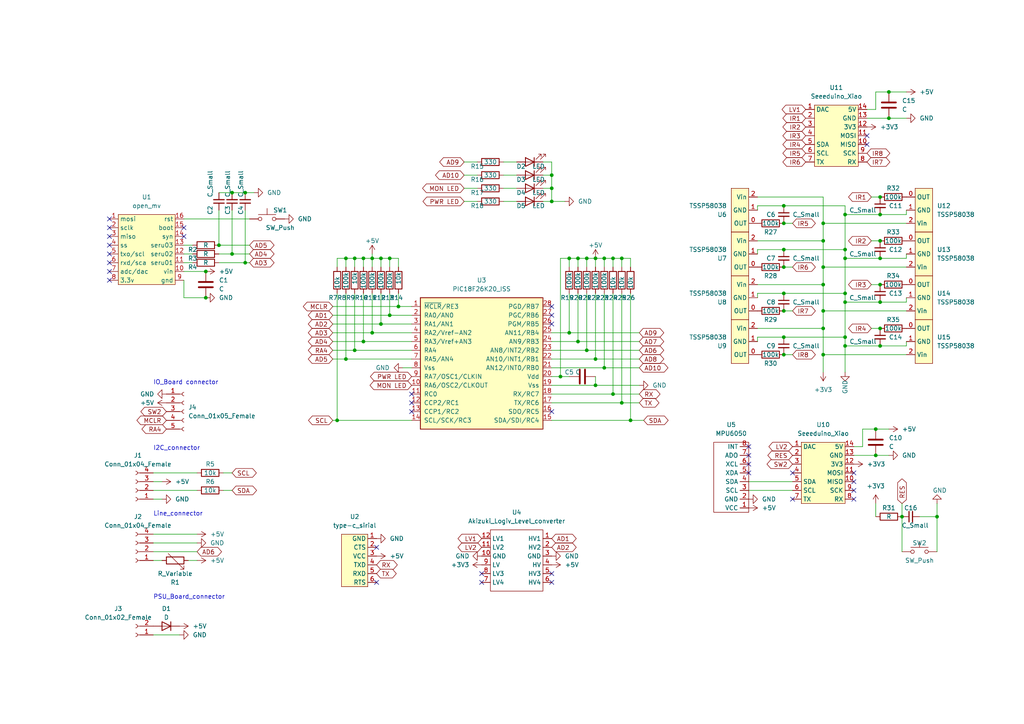
<source format=kicad_sch>
(kicad_sch (version 20211123) (generator eeschema)
  (paper "A4")
  (junction (at 238.76 102.87))
  (junction (at 165.1 74.93))
  (junction (at 59.69 86.36))
  (junction (at 63.5 71.12))
  (junction (at 107.95 74.93))
  (junction (at 227.33 59.69))
  (junction (at 177.8 74.93))
  (junction (at 254 124.46))
  (junction (at 113.03 91.44))
  (junction (at 102.87 74.93))
  (junction (at 238.76 90.17))
  (junction (at 105.41 74.93))
  (junction (at 245.11 87.63))
  (junction (at 227.33 97.79))
  (junction (at 102.87 101.6))
  (junction (at 172.72 111.76))
  (junction (at 113.03 74.93))
  (junction (at 238.76 82.55))
  (junction (at 227.33 77.47))
  (junction (at 71.12 55.88))
  (junction (at 245.11 62.23))
  (junction (at 177.8 114.3))
  (junction (at 257.81 34.29))
  (junction (at 105.41 99.06))
  (junction (at 110.49 93.98))
  (junction (at 170.18 74.93))
  (junction (at 271.78 149.86))
  (junction (at 167.64 99.06))
  (junction (at 180.34 74.93))
  (junction (at 67.31 55.88))
  (junction (at 100.33 104.14))
  (junction (at 227.33 64.77))
  (junction (at 255.27 100.33))
  (junction (at 227.33 90.17))
  (junction (at 238.76 77.47))
  (junction (at 245.11 85.09))
  (junction (at 254 132.08))
  (junction (at 175.26 106.68))
  (junction (at 238.76 69.85))
  (junction (at 107.95 96.52))
  (junction (at 67.31 73.66))
  (junction (at 255.27 87.63))
  (junction (at 245.11 97.79))
  (junction (at 167.64 74.93))
  (junction (at 170.18 101.6))
  (junction (at 172.72 104.14))
  (junction (at 172.72 74.93))
  (junction (at 71.12 76.2))
  (junction (at 180.34 116.84))
  (junction (at 257.81 26.67))
  (junction (at 255.27 82.55))
  (junction (at 238.76 95.25))
  (junction (at 59.69 78.74))
  (junction (at 182.88 121.92))
  (junction (at 245.11 72.39))
  (junction (at 238.76 64.77))
  (junction (at 245.11 100.33))
  (junction (at 261.62 149.86))
  (junction (at 160.02 54.61))
  (junction (at 100.33 74.93))
  (junction (at 165.1 96.52))
  (junction (at 97.79 121.92))
  (junction (at 160.02 58.42))
  (junction (at 255.27 69.85))
  (junction (at 115.57 88.9))
  (junction (at 110.49 74.93))
  (junction (at 160.02 50.8))
  (junction (at 175.26 74.93))
  (junction (at 255.27 62.23))
  (junction (at 245.11 74.93))
  (junction (at 255.27 95.25))
  (junction (at 162.56 109.22))
  (junction (at 255.27 74.93))
  (junction (at 227.33 72.39))
  (junction (at 255.27 57.15))
  (junction (at 227.33 85.09))
  (junction (at 227.33 102.87))
  (no_connect (at 160.02 93.98))
  (no_connect (at 160.02 91.44))
  (no_connect (at 160.02 88.9))
  (no_connect (at 119.38 114.3))
  (no_connect (at 119.38 116.84))
  (no_connect (at 119.38 119.38))
  (no_connect (at 109.22 168.91))
  (no_connect (at 109.22 158.75))
  (no_connect (at 139.7 166.37))
  (no_connect (at 139.7 168.91))
  (no_connect (at 160.02 168.91))
  (no_connect (at 160.02 166.37))
  (no_connect (at 160.02 119.38))
  (no_connect (at 53.34 68.58))
  (no_connect (at 53.34 66.04))
  (no_connect (at 31.75 63.5))
  (no_connect (at 31.75 66.04))
  (no_connect (at 31.75 68.58))
  (no_connect (at 31.75 71.12))
  (no_connect (at 31.75 73.66))
  (no_connect (at 31.75 76.2))
  (no_connect (at 31.75 78.74))
  (no_connect (at 31.75 81.28))
  (no_connect (at 217.17 137.16))
  (no_connect (at 217.17 134.62))
  (no_connect (at 217.17 132.08))
  (no_connect (at 217.17 129.54))
  (no_connect (at 229.87 137.16))
  (no_connect (at 247.65 144.78))
  (no_connect (at 247.65 142.24))
  (no_connect (at 247.65 139.7))
  (no_connect (at 247.65 137.16))
  (no_connect (at 229.87 144.78))
  (no_connect (at 251.46 41.91))
  (no_connect (at 251.46 39.37))
  (wire (pts (xy 160.02 116.84) (xy 180.34 116.84)))
  (wire (pts (xy 157.48 58.42) (xy 160.02 58.42)))
  (wire (pts (xy 63.5 60.96) (xy 63.5 71.12)))
  (wire (pts (xy 172.72 74.93) (xy 175.26 74.93)))
  (wire (pts (xy 157.48 50.8) (xy 160.02 50.8)))
  (wire (pts (xy 96.52 91.44) (xy 113.03 91.44)))
  (wire (pts (xy 72.39 76.2) (xy 71.12 76.2)))
  (wire (pts (xy 245.11 72.39) (xy 245.11 74.93)))
  (wire (pts (xy 71.12 55.88) (xy 73.66 55.88)))
  (wire (pts (xy 172.72 74.93) (xy 172.72 77.47)))
  (wire (pts (xy 254 124.46) (xy 257.81 124.46)))
  (wire (pts (xy 115.57 85.09) (xy 115.57 88.9)))
  (wire (pts (xy 44.45 160.02) (xy 57.15 160.02)))
  (wire (pts (xy 219.71 69.85) (xy 238.76 69.85)))
  (wire (pts (xy 177.8 85.09) (xy 177.8 114.3)))
  (wire (pts (xy 160.02 101.6) (xy 170.18 101.6)))
  (wire (pts (xy 162.56 109.22) (xy 162.56 74.93)))
  (wire (pts (xy 146.05 54.61) (xy 149.86 54.61)))
  (wire (pts (xy 160.02 114.3) (xy 177.8 114.3)))
  (wire (pts (xy 238.76 64.77) (xy 238.76 69.85)))
  (wire (pts (xy 252.73 69.85) (xy 255.27 69.85)))
  (wire (pts (xy 96.52 88.9) (xy 115.57 88.9)))
  (wire (pts (xy 257.81 132.08) (xy 254 132.08)))
  (wire (pts (xy 146.05 46.99) (xy 149.86 46.99)))
  (wire (pts (xy 102.87 74.93) (xy 102.87 77.47)))
  (wire (pts (xy 245.11 85.09) (xy 245.11 87.63)))
  (wire (pts (xy 219.71 85.09) (xy 227.33 85.09)))
  (wire (pts (xy 254 132.08) (xy 247.65 132.08)))
  (wire (pts (xy 107.95 74.93) (xy 110.49 74.93)))
  (wire (pts (xy 55.88 73.66) (xy 53.34 73.66)))
  (wire (pts (xy 160.02 111.76) (xy 172.72 111.76)))
  (wire (pts (xy 113.03 85.09) (xy 113.03 91.44)))
  (wire (pts (xy 160.02 58.42) (xy 160.02 54.61)))
  (wire (pts (xy 165.1 96.52) (xy 160.02 96.52)))
  (wire (pts (xy 54.61 162.56) (xy 57.15 162.56)))
  (wire (pts (xy 53.34 81.28) (xy 53.34 86.36)))
  (wire (pts (xy 162.56 74.93) (xy 165.1 74.93)))
  (wire (pts (xy 227.33 72.39) (xy 245.11 72.39)))
  (wire (pts (xy 63.5 55.88) (xy 67.31 55.88)))
  (wire (pts (xy 245.11 100.33) (xy 255.27 100.33)))
  (wire (pts (xy 229.87 77.47) (xy 227.33 77.47)))
  (wire (pts (xy 180.34 74.93) (xy 182.88 74.93)))
  (wire (pts (xy 55.88 71.12) (xy 53.34 71.12)))
  (wire (pts (xy 172.72 104.14) (xy 185.42 104.14)))
  (wire (pts (xy 177.8 74.93) (xy 180.34 74.93)))
  (wire (pts (xy 238.76 69.85) (xy 238.76 77.47)))
  (wire (pts (xy 72.39 63.5) (xy 53.34 63.5)))
  (wire (pts (xy 165.1 85.09) (xy 165.1 96.52)))
  (wire (pts (xy 100.33 77.47) (xy 100.33 74.93)))
  (wire (pts (xy 229.87 64.77) (xy 227.33 64.77)))
  (wire (pts (xy 252.73 82.55) (xy 255.27 82.55)))
  (wire (pts (xy 229.87 102.87) (xy 227.33 102.87)))
  (wire (pts (xy 219.71 82.55) (xy 238.76 82.55)))
  (wire (pts (xy 113.03 91.44) (xy 119.38 91.44)))
  (wire (pts (xy 238.76 57.15) (xy 238.76 64.77)))
  (wire (pts (xy 134.62 46.99) (xy 138.43 46.99)))
  (wire (pts (xy 53.34 78.74) (xy 59.69 78.74)))
  (wire (pts (xy 172.72 111.76) (xy 185.42 111.76)))
  (wire (pts (xy 262.89 100.33) (xy 255.27 100.33)))
  (wire (pts (xy 160.02 104.14) (xy 172.72 104.14)))
  (wire (pts (xy 157.48 54.61) (xy 160.02 54.61)))
  (wire (pts (xy 160.02 50.8) (xy 160.02 46.99)))
  (wire (pts (xy 160.02 106.68) (xy 175.26 106.68)))
  (wire (pts (xy 97.79 74.93) (xy 100.33 74.93)))
  (wire (pts (xy 67.31 73.66) (xy 63.5 73.66)))
  (wire (pts (xy 251.46 34.29) (xy 257.81 34.29)))
  (wire (pts (xy 261.62 149.86) (xy 261.62 160.02)))
  (wire (pts (xy 44.45 142.24) (xy 57.15 142.24)))
  (wire (pts (xy 170.18 85.09) (xy 170.18 101.6)))
  (wire (pts (xy 110.49 74.93) (xy 110.49 77.47)))
  (wire (pts (xy 251.46 31.75) (xy 254 31.75)))
  (wire (pts (xy 227.33 85.09) (xy 245.11 85.09)))
  (wire (pts (xy 262.89 99.06) (xy 262.89 100.33)))
  (wire (pts (xy 134.62 50.8) (xy 138.43 50.8)))
  (wire (pts (xy 107.95 96.52) (xy 119.38 96.52)))
  (wire (pts (xy 177.8 74.93) (xy 175.26 74.93)))
  (wire (pts (xy 261.62 146.05) (xy 261.62 149.86)))
  (wire (pts (xy 105.41 74.93) (xy 105.41 77.47)))
  (wire (pts (xy 102.87 74.93) (xy 105.41 74.93)))
  (wire (pts (xy 105.41 74.93) (xy 107.95 74.93)))
  (wire (pts (xy 257.81 26.67) (xy 262.89 26.67)))
  (wire (pts (xy 96.52 101.6) (xy 102.87 101.6)))
  (wire (pts (xy 115.57 88.9) (xy 119.38 88.9)))
  (wire (pts (xy 219.71 73.66) (xy 219.71 72.39)))
  (wire (pts (xy 247.65 129.54) (xy 250.19 129.54)))
  (wire (pts (xy 71.12 60.96) (xy 71.12 76.2)))
  (wire (pts (xy 180.34 116.84) (xy 185.42 116.84)))
  (wire (pts (xy 167.64 74.93) (xy 167.64 77.47)))
  (wire (pts (xy 255.27 87.63) (xy 262.89 87.63)))
  (wire (pts (xy 160.02 121.92) (xy 182.88 121.92)))
  (wire (pts (xy 219.71 86.36) (xy 219.71 85.09)))
  (wire (pts (xy 107.95 77.47) (xy 107.95 74.93)))
  (wire (pts (xy 227.33 97.79) (xy 245.11 97.79)))
  (wire (pts (xy 172.72 109.22) (xy 172.72 111.76)))
  (wire (pts (xy 96.52 96.52) (xy 107.95 96.52)))
  (wire (pts (xy 170.18 74.93) (xy 170.18 77.47)))
  (wire (pts (xy 177.8 77.47) (xy 177.8 74.93)))
  (wire (pts (xy 96.52 99.06) (xy 105.41 99.06)))
  (wire (pts (xy 44.45 162.56) (xy 46.99 162.56)))
  (wire (pts (xy 238.76 95.25) (xy 238.76 102.87)))
  (wire (pts (xy 250.19 124.46) (xy 254 124.46)))
  (wire (pts (xy 102.87 101.6) (xy 119.38 101.6)))
  (wire (pts (xy 250.19 129.54) (xy 250.19 124.46)))
  (wire (pts (xy 227.33 59.69) (xy 219.71 59.69)))
  (wire (pts (xy 238.76 77.47) (xy 238.76 82.55)))
  (wire (pts (xy 245.11 97.79) (xy 245.11 100.33)))
  (wire (pts (xy 107.95 73.66) (xy 107.95 74.93)))
  (wire (pts (xy 245.11 62.23) (xy 255.27 62.23)))
  (wire (pts (xy 146.05 58.42) (xy 149.86 58.42)))
  (wire (pts (xy 102.87 85.09) (xy 102.87 101.6)))
  (wire (pts (xy 113.03 74.93) (xy 113.03 77.47)))
  (wire (pts (xy 245.11 100.33) (xy 245.11 107.95)))
  (wire (pts (xy 255.27 62.23) (xy 262.89 62.23)))
  (wire (pts (xy 217.17 139.7) (xy 229.87 139.7)))
  (wire (pts (xy 105.41 85.09) (xy 105.41 99.06)))
  (wire (pts (xy 170.18 74.93) (xy 172.72 74.93)))
  (wire (pts (xy 96.52 93.98) (xy 110.49 93.98)))
  (wire (pts (xy 44.45 137.16) (xy 57.15 137.16)))
  (wire (pts (xy 165.1 77.47) (xy 165.1 74.93)))
  (wire (pts (xy 165.1 74.93) (xy 167.64 74.93)))
  (wire (pts (xy 271.78 146.05) (xy 271.78 149.86)))
  (wire (pts (xy 219.71 57.15) (xy 238.76 57.15)))
  (wire (pts (xy 105.41 99.06) (xy 119.38 99.06)))
  (wire (pts (xy 110.49 85.09) (xy 110.49 93.98)))
  (wire (pts (xy 170.18 101.6) (xy 185.42 101.6)))
  (wire (pts (xy 245.11 59.69) (xy 245.11 62.23)))
  (wire (pts (xy 219.71 99.06) (xy 219.71 97.79)))
  (wire (pts (xy 167.64 85.09) (xy 167.64 99.06)))
  (wire (pts (xy 44.45 154.94) (xy 57.15 154.94)))
  (wire (pts (xy 110.49 74.93) (xy 113.03 74.93)))
  (wire (pts (xy 44.45 157.48) (xy 57.15 157.48)))
  (wire (pts (xy 113.03 74.93) (xy 115.57 74.93)))
  (wire (pts (xy 182.88 85.09) (xy 182.88 121.92)))
  (wire (pts (xy 167.64 99.06) (xy 185.42 99.06)))
  (wire (pts (xy 44.45 139.7) (xy 46.99 139.7)))
  (wire (pts (xy 254 31.75) (xy 254 26.67)))
  (wire (pts (xy 160.02 99.06) (xy 167.64 99.06)))
  (wire (pts (xy 96.52 121.92) (xy 97.79 121.92)))
  (wire (pts (xy 55.88 76.2) (xy 53.34 76.2)))
  (wire (pts (xy 146.05 50.8) (xy 149.86 50.8)))
  (wire (pts (xy 238.76 64.77) (xy 262.89 64.77)))
  (wire (pts (xy 262.89 62.23) (xy 262.89 60.96)))
  (wire (pts (xy 71.12 76.2) (xy 63.5 76.2)))
  (wire (pts (xy 165.1 96.52) (xy 185.42 96.52)))
  (wire (pts (xy 262.89 87.63) (xy 262.89 86.36)))
  (wire (pts (xy 160.02 46.99) (xy 157.48 46.99)))
  (wire (pts (xy 271.78 149.86) (xy 271.78 160.02)))
  (wire (pts (xy 116.84 106.68) (xy 119.38 106.68)))
  (wire (pts (xy 238.76 90.17) (xy 262.89 90.17)))
  (wire (pts (xy 172.72 85.09) (xy 172.72 104.14)))
  (wire (pts (xy 64.77 142.24) (xy 67.31 142.24)))
  (wire (pts (xy 175.26 74.93) (xy 175.26 77.47)))
  (wire (pts (xy 245.11 74.93) (xy 255.27 74.93)))
  (wire (pts (xy 219.71 95.25) (xy 238.76 95.25)))
  (wire (pts (xy 96.52 104.14) (xy 100.33 104.14)))
  (wire (pts (xy 266.7 149.86) (xy 271.78 149.86)))
  (wire (pts (xy 97.79 121.92) (xy 119.38 121.92)))
  (wire (pts (xy 134.62 54.61) (xy 138.43 54.61)))
  (wire (pts (xy 219.71 72.39) (xy 227.33 72.39)))
  (wire (pts (xy 100.33 104.14) (xy 119.38 104.14)))
  (wire (pts (xy 64.77 137.16) (xy 67.31 137.16)))
  (wire (pts (xy 245.11 74.93) (xy 245.11 85.09)))
  (wire (pts (xy 67.31 60.96) (xy 67.31 73.66)))
  (wire (pts (xy 255.27 74.93) (xy 262.89 74.93)))
  (wire (pts (xy 180.34 85.09) (xy 180.34 116.84)))
  (wire (pts (xy 97.79 85.09) (xy 97.79 121.92)))
  (wire (pts (xy 110.49 93.98) (xy 119.38 93.98)))
  (wire (pts (xy 72.39 71.12) (xy 63.5 71.12)))
  (wire (pts (xy 238.76 77.47) (xy 262.89 77.47)))
  (wire (pts (xy 262.89 73.66) (xy 262.89 74.93)))
  (wire (pts (xy 175.26 85.09) (xy 175.26 106.68)))
  (wire (pts (xy 252.73 95.25) (xy 255.27 95.25)))
  (wire (pts (xy 180.34 74.93) (xy 180.34 77.47)))
  (wire (pts (xy 67.31 55.88) (xy 71.12 55.88)))
  (wire (pts (xy 252.73 57.15) (xy 255.27 57.15)))
  (wire (pts (xy 44.45 144.78) (xy 46.99 144.78)))
  (wire (pts (xy 219.71 97.79) (xy 227.33 97.79)))
  (wire (pts (xy 257.81 34.29) (xy 262.89 34.29)))
  (wire (pts (xy 177.8 114.3) (xy 185.42 114.3)))
  (wire (pts (xy 175.26 106.68) (xy 185.42 106.68)))
  (wire (pts (xy 238.76 90.17) (xy 238.76 95.25)))
  (wire (pts (xy 97.79 77.47) (xy 97.79 74.93)))
  (wire (pts (xy 227.33 59.69) (xy 245.11 59.69)))
  (wire (pts (xy 254 26.67) (xy 257.81 26.67)))
  (wire (pts (xy 100.33 85.09) (xy 100.33 104.14)))
  (wire (pts (xy 254 146.05) (xy 254 149.86)))
  (wire (pts (xy 245.11 62.23) (xy 245.11 72.39)))
  (wire (pts (xy 163.83 58.42) (xy 160.02 58.42)))
  (wire (pts (xy 238.76 82.55) (xy 238.76 90.17)))
  (wire (pts (xy 134.62 58.42) (xy 138.43 58.42)))
  (wire (pts (xy 167.64 74.93) (xy 170.18 74.93)))
  (wire (pts (xy 160.02 109.22) (xy 162.56 109.22)))
  (wire (pts (xy 182.88 121.92) (xy 186.69 121.92)))
  (wire (pts (xy 245.11 87.63) (xy 255.27 87.63)))
  (wire (pts (xy 238.76 102.87) (xy 238.76 107.95)))
  (wire (pts (xy 217.17 142.24) (xy 229.87 142.24)))
  (wire (pts (xy 107.95 85.09) (xy 107.95 96.52)))
  (wire (pts (xy 229.87 90.17) (xy 227.33 90.17)))
  (wire (pts (xy 53.34 86.36) (xy 59.69 86.36)))
  (wire (pts (xy 115.57 74.93) (xy 115.57 77.47)))
  (wire (pts (xy 245.11 87.63) (xy 245.11 97.79)))
  (wire (pts (xy 44.45 184.15) (xy 52.07 184.15)))
  (wire (pts (xy 162.56 109.22) (xy 165.1 109.22)))
  (wire (pts (xy 219.71 59.69) (xy 219.71 60.96)))
  (wire (pts (xy 160.02 54.61) (xy 160.02 50.8)))
  (wire (pts (xy 182.88 74.93) (xy 182.88 77.47)))
  (wire (pts (xy 72.39 73.66) (xy 67.31 73.66)))
  (wire (pts (xy 100.33 74.93) (xy 102.87 74.93)))
  (wire (pts (xy 238.76 102.87) (xy 262.89 102.87)))
  (text "IO_Board connector" (at 44.45 111.76 0) (effects (font (size 1.27 1.27)) (justify left bottom)))
  (text "PSU_Board_connector" (at 44.45 173.99 0) (effects (font (size 1.27 1.27)) (justify left bottom)))
  (text "I2C_connector" (at 44.45 130.81 0) (effects (font (size 1.27 1.27)) (justify left bottom)))
  (text "Line_connector" (at 44.45 149.86 0) (effects (font (size 1.27 1.27)) (justify left bottom)))
  (global_label "LV2" (shape bidirectional) (at 139.7 158.75 180) (property "Intersheet References" "${INTERSHEET_REFS}" (effects hide)))
  (global_label "AD5" (shape bidirectional) (at 96.52 104.14 180) (property "Intersheet References" "${INTERSHEET_REFS}" (effects hide)))
  (global_label "IR6" (shape bidirectional) (at 229.87 77.47 0) (property "Intersheet References" "${INTERSHEET_REFS}" (effects hide)))
  (global_label "IR5" (shape bidirectional) (at 233.68 44.45 180) (property "Intersheet References" "${INTERSHEET_REFS}" (effects hide)))
  (global_label "IR4" (shape bidirectional) (at 233.68 41.91 180) (property "Intersheet References" "${INTERSHEET_REFS}" (effects hide)))
  (global_label "IR7" (shape bidirectional) (at 251.46 46.99 0) (property "Intersheet References" "${INTERSHEET_REFS}" (effects hide)))
  (global_label "AD1" (shape bidirectional) (at 160.02 156.21 0) (property "Intersheet References" "${INTERSHEET_REFS}" (effects hide)))
  (global_label "SCL" (shape bidirectional) (at 67.31 137.16 0) (property "Intersheet References" "${INTERSHEET_REFS}" (effects hide)))
  (global_label "IR6" (shape bidirectional) (at 233.68 46.99 180) (property "Intersheet References" "${INTERSHEET_REFS}" (effects hide)))
  (global_label "TX" (shape bidirectional) (at 185.42 116.84 0) (property "Intersheet References" "${INTERSHEET_REFS}" (effects hide)))
  (global_label "MON LED" (shape bidirectional) (at 119.38 111.76 180) (property "Intersheet References" "${INTERSHEET_REFS}" (effects hide)))
  (global_label "LV1" (shape bidirectional) (at 139.7 156.21 180) (property "Intersheet References" "${INTERSHEET_REFS}" (effects hide)))
  (global_label "IR5" (shape bidirectional) (at 229.87 64.77 0) (property "Intersheet References" "${INTERSHEET_REFS}" (effects hide)))
  (global_label "IR7" (shape bidirectional) (at 229.87 90.17 0) (property "Intersheet References" "${INTERSHEET_REFS}" (effects hide)))
  (global_label "AD7" (shape bidirectional) (at 185.42 99.06 0) (property "Intersheet References" "${INTERSHEET_REFS}" (effects hide)))
  (global_label "RES" (shape bidirectional) (at 261.62 146.05 90) (property "Intersheet References" "${INTERSHEET_REFS}" (effects hide)))
  (global_label "AD4" (shape bidirectional) (at 72.39 73.66 0) (property "Intersheet References" "${INTERSHEET_REFS}" (effects hide)))
  (global_label "AD2" (shape bidirectional) (at 96.52 93.98 180) (property "Intersheet References" "${INTERSHEET_REFS}" (effects hide)))
  (global_label "AD3" (shape bidirectional) (at 72.39 76.2 0) (property "Intersheet References" "${INTERSHEET_REFS}" (effects hide)))
  (global_label "AD3" (shape bidirectional) (at 96.52 96.52 180) (property "Intersheet References" "${INTERSHEET_REFS}" (effects hide)))
  (global_label "RX" (shape bidirectional) (at 185.42 114.3 0) (property "Intersheet References" "${INTERSHEET_REFS}" (effects hide)))
  (global_label "AD2" (shape bidirectional) (at 160.02 158.75 0) (property "Intersheet References" "${INTERSHEET_REFS}" (effects hide)))
  (global_label "TX" (shape bidirectional) (at 109.22 166.37 0) (property "Intersheet References" "${INTERSHEET_REFS}" (effects hide)))
  (global_label "AD9" (shape bidirectional) (at 185.42 96.52 0) (property "Intersheet References" "${INTERSHEET_REFS}" (effects hide)))
  (global_label "IR3" (shape bidirectional) (at 233.68 39.37 180) (property "Intersheet References" "${INTERSHEET_REFS}" (effects hide)))
  (global_label "SW2" (shape bidirectional) (at 48.26 119.38 180) (property "Intersheet References" "${INTERSHEET_REFS}" (effects hide)))
  (global_label "AD5" (shape bidirectional) (at 72.39 71.12 0) (property "Intersheet References" "${INTERSHEET_REFS}" (effects hide)))
  (global_label "MCLR" (shape bidirectional) (at 96.52 88.9 180) (property "Intersheet References" "${INTERSHEET_REFS}" (effects hide)))
  (global_label "MON LED" (shape bidirectional) (at 134.62 54.61 180) (property "Intersheet References" "${INTERSHEET_REFS}" (effects hide)))
  (global_label "IR3" (shape bidirectional) (at 252.73 82.55 180) (property "Intersheet References" "${INTERSHEET_REFS}" (effects hide)))
  (global_label "RA4" (shape bidirectional) (at 48.26 124.46 180) (property "Intersheet References" "${INTERSHEET_REFS}" (effects hide)))
  (global_label "SCL" (shape bidirectional) (at 96.52 121.92 180) (property "Intersheet References" "${INTERSHEET_REFS}" (effects hide)))
  (global_label "RA4" (shape bidirectional) (at 96.52 101.6 180) (property "Intersheet References" "${INTERSHEET_REFS}" (effects hide)))
  (global_label "LV1" (shape bidirectional) (at 233.68 31.75 180) (property "Intersheet References" "${INTERSHEET_REFS}" (effects hide)))
  (global_label "AD9" (shape bidirectional) (at 134.62 46.99 180) (property "Intersheet References" "${INTERSHEET_REFS}" (effects hide)))
  (global_label "MCLR" (shape bidirectional) (at 48.26 121.92 180) (property "Intersheet References" "${INTERSHEET_REFS}" (effects hide)))
  (global_label "AD8" (shape bidirectional) (at 185.42 104.14 0) (property "Intersheet References" "${INTERSHEET_REFS}" (effects hide)))
  (global_label "IR8" (shape bidirectional) (at 251.46 44.45 0) (property "Intersheet References" "${INTERSHEET_REFS}" (effects hide)))
  (global_label "PWR LED" (shape bidirectional) (at 134.62 58.42 180) (property "Intersheet References" "${INTERSHEET_REFS}" (effects hide)))
  (global_label "SDA" (shape bidirectional) (at 186.69 121.92 0) (property "Intersheet References" "${INTERSHEET_REFS}" (effects hide)))
  (global_label "IR1" (shape bidirectional) (at 233.68 34.29 180) (property "Intersheet References" "${INTERSHEET_REFS}" (effects hide)))
  (global_label "PWR LED" (shape bidirectional) (at 119.38 109.22 180) (property "Intersheet References" "${INTERSHEET_REFS}" (effects hide)))
  (global_label "SDA" (shape bidirectional) (at 67.31 142.24 0) (property "Intersheet References" "${INTERSHEET_REFS}" (effects hide)))
  (global_label "AD6" (shape bidirectional) (at 185.42 101.6 0) (property "Intersheet References" "${INTERSHEET_REFS}" (effects hide)))
  (global_label "RES" (shape bidirectional) (at 229.87 132.08 180) (property "Intersheet References" "${INTERSHEET_REFS}" (effects hide)))
  (global_label "AD4" (shape bidirectional) (at 96.52 99.06 180) (property "Intersheet References" "${INTERSHEET_REFS}" (effects hide)))
  (global_label "AD6" (shape bidirectional) (at 57.15 160.02 0) (property "Intersheet References" "${INTERSHEET_REFS}" (effects hide)))
  (global_label "SW2" (shape bidirectional) (at 229.87 134.62 180) (property "Intersheet References" "${INTERSHEET_REFS}" (effects hide)))
  (global_label "IR1" (shape bidirectional) (at 252.73 57.15 180) (property "Intersheet References" "${INTERSHEET_REFS}" (effects hide)))
  (global_label "RX" (shape bidirectional) (at 109.22 163.83 0) (property "Intersheet References" "${INTERSHEET_REFS}" (effects hide)))
  (global_label "LV2" (shape bidirectional) (at 229.87 129.54 180) (property "Intersheet References" "${INTERSHEET_REFS}" (effects hide)))
  (global_label "IR2" (shape bidirectional) (at 233.68 36.83 180) (property "Intersheet References" "${INTERSHEET_REFS}" (effects hide)))
  (global_label "AD10" (shape bidirectional) (at 134.62 50.8 180) (property "Intersheet References" "${INTERSHEET_REFS}" (effects hide)))
  (global_label "AD1" (shape bidirectional) (at 96.52 91.44 180) (property "Intersheet References" "${INTERSHEET_REFS}" (effects hide)))
  (global_label "IR2" (shape bidirectional) (at 252.73 69.85 180) (property "Intersheet References" "${INTERSHEET_REFS}" (effects hide)))
  (global_label "IR8" (shape bidirectional) (at 229.87 102.87 0) (property "Intersheet References" "${INTERSHEET_REFS}" (effects hide)))
  (global_label "IR4" (shape bidirectional) (at 252.73 95.25 180) (property "Intersheet References" "${INTERSHEET_REFS}" (effects hide)))
  (global_label "AD10" (shape bidirectional) (at 185.42 106.68 0) (property "Intersheet References" "${INTERSHEET_REFS}" (effects hide)))
  (symbol (lib_id "Device:C") (at 257.81 30.48 0) (unit 1)
    (property "Reference" "C15" (at 261.62 29.2099 0) (effects (justify left)))
    (property "Value" "C" (at 261.62 31.7499 0) (effects (justify left)))
    (property "Footprint" "Capacitor_THT:CP_Radial_D5.0mm_P2.50mm" (effects hide))
  )
  (symbol (lib_id "power:GND") (at 116.84 106.68 270) (unit 1)
    (property "Reference" "#PWR017" (effects hide))
    (property "Value" "GND" (at 113.03 106.6799 90) (effects (justify right)))
  )
  (symbol (lib_id "power:GND") (at 257.81 132.08 90) (unit 1)
    (property "Reference" "#PWR033" (effects hide))
    (property "Value" "GND" (at 261.62 132.0799 90) (effects (justify right)))
  )
  (symbol (lib_id "Device:R") (at 142.24 46.99 90) (unit 1)
    (property "Reference" "R15" (at 138.43 48.26 90))
    (property "Value" "330" (at 142.24 46.99 90))
    (property "Footprint" "Resistor_THT:R_Axial_DIN0204_L3.6mm_D1.6mm_P5.08mm_Horizontal" (effects hide))
  )
  (symbol (lib_id "Device:R") (at 175.26 81.28 0) (unit 1)
    (property "Reference" "R23" (at 172.72 86.36 0) (effects (justify left)))
    (property "Value" "100k" (at 175.26 83.82 90) (effects (justify left)))
    (property "Footprint" "Resistor_THT:R_Axial_DIN0204_L3.6mm_D1.6mm_P5.08mm_Horizontal" (effects hide))
  )
  (symbol (lib_id "power:+5V") (at 46.99 139.7 270) (unit 1)
    (property "Reference" "#PWR01" (effects hide))
    (property "Value" "+5V" (at 50.8 139.6999 90) (effects (justify left)))
  )
  (symbol (lib_id "Device:R") (at 142.24 58.42 90) (unit 1)
    (property "Reference" "R18" (at 138.43 59.69 90))
    (property "Value" "330" (at 142.24 58.42 90))
    (property "Footprint" "Resistor_THT:R_Axial_DIN0204_L3.6mm_D1.6mm_P5.08mm_Horizontal" (effects hide))
  )
  (symbol (lib_id "power:+5V") (at 107.95 73.66 0) (unit 1)
    (property "Reference" "#PWR014" (effects hide))
    (property "Value" "+5V" (at 107.95 69.85 0))
  )
  (symbol (lib_id "power:GND") (at 245.11 107.95 0) (unit 1)
    (property "Reference" "#PWR028" (effects hide))
    (property "Value" "GND" (at 245.11 114.3 90) (effects (justify left)))
  )
  (symbol (lib_id "Device:R") (at 177.8 81.28 0) (unit 1)
    (property "Reference" "R24" (at 175.26 86.36 0) (effects (justify left)))
    (property "Value" "10k" (at 177.8 83.82 90) (effects (justify left)))
    (property "Footprint" "Resistor_THT:R_Axial_DIN0204_L3.6mm_D1.6mm_P5.08mm_Horizontal" (effects hide))
  )
  (symbol (lib_name "TSSP58038_4") (lib_id "ir_sensor:TSSP58038") (at 265.43 60.96 270) (unit 1)
    (property "Reference" "U12" (at 271.78 59.6899 90) (effects (justify left)))
    (property "Value" "TSSP58038" (at 271.78 62.2299 90) (effects (justify left)))
    (property "Footprint" "Lib:TSSP58038_IR" (effects hide))
  )
  (symbol (lib_id "Device:C_Small") (at 227.33 62.23 0) (unit 1)
    (property "Reference" "C6" (at 222.25 62.23 0) (effects (justify left)))
    (property "Value" "C_Small" (at 229.87 62.23 0) (effects (justify left)))
    (property "Footprint" "Capacitor_THT:C_Disc_D3.8mm_W2.6mm_P2.50mm" (effects hide))
  )
  (symbol (lib_id "type-c_sirial:type-c_sirial") (at 96.52 162.56 90) (unit 1)
    (property "Reference" "U2" (at 102.87 149.86 90))
    (property "Value" "type-c_sirial" (at 102.87 152.4 90))
    (property "Footprint" "Lib:Type-C_Sirial_Board" (effects hide))
  )
  (symbol (lib_id "Device:R") (at 105.41 81.28 0) (unit 1)
    (property "Reference" "R10" (at 102.87 86.36 0) (effects (justify left)))
    (property "Value" "100k" (at 105.41 83.82 90) (effects (justify left)))
    (property "Footprint" "Resistor_THT:R_Axial_DIN0204_L3.6mm_D1.6mm_P5.08mm_Horizontal" (effects hide))
  )
  (symbol (lib_id "Device:R") (at 259.08 95.25 90) (unit 1)
    (property "Reference" "R35" (at 259.08 92.71 90))
    (property "Value" "100k" (at 259.08 95.25 90))
    (property "Footprint" "Resistor_THT:R_Axial_DIN0204_L3.6mm_D1.6mm_P5.08mm_Horizontal" (effects hide))
  )
  (symbol (lib_id "Device:LED") (at 153.67 54.61 180) (unit 1)
    (property "Reference" "D4" (at 151.13 55.88 0))
    (property "Value" "LED" (at 156.21 55.88 0))
    (property "Footprint" "LED_THT:LED_D5.0mm_Clear" (effects hide))
  )
  (symbol (lib_id "Device:LED") (at 153.67 58.42 180) (unit 1)
    (property "Reference" "D5" (at 151.13 59.69 0))
    (property "Value" "LED" (at 156.21 59.69 0))
    (property "Footprint" "LED_THT:LED_D5.0mm_Clear" (effects hide))
  )
  (symbol (lib_id "power:+5V") (at 217.17 147.32 270) (unit 1)
    (property "Reference" "#PWR026" (effects hide))
    (property "Value" "+5V" (at 220.98 147.3199 90) (effects (justify left)))
  )
  (symbol (lib_id "mpu6050:MPU6050") (at 205.74 138.43 90) (unit 1)
    (property "Reference" "U5" (at 212.09 123.19 90))
    (property "Value" "MPU6050" (at 212.09 125.73 90))
    (property "Footprint" "Lib:MPU6050" (effects hide))
  )
  (symbol (lib_id "power:+5V") (at 109.22 161.29 270) (unit 1)
    (property "Reference" "#PWR016" (effects hide))
    (property "Value" "+5V" (at 113.03 161.2899 90) (effects (justify left)))
  )
  (symbol (lib_id "Device:D") (at 48.26 181.61 180) (unit 1)
    (property "Reference" "D1" (at 48.26 176.53 0))
    (property "Value" "D" (at 48.26 179.07 0))
    (property "Footprint" "Diode_THT:D_DO-41_SOD81_P7.62mm_Horizontal" (effects hide))
  )
  (symbol (lib_id "Device:R") (at 100.33 81.28 0) (unit 1)
    (property "Reference" "R8" (at 97.79 86.36 0) (effects (justify left)))
    (property "Value" "100k" (at 100.33 83.82 90) (effects (justify left)))
    (property "Footprint" "Resistor_THT:R_Axial_DIN0204_L3.6mm_D1.6mm_P5.08mm_Horizontal" (effects hide))
  )
  (symbol (lib_id "tj3b pic:PIC18F26K20_ISS") (at 139.7 109.22 0) (unit 1)
    (property "Reference" "U3" (at 139.7 81.28 0))
    (property "Value" "PIC18F26K20_ISS" (at 139.7 83.82 0))
    (property "Footprint" "Package_DIP:DIP-28_W7.62mm_Socket_LongPads" (effects hide))
    (property "Datasheet" "http://ww1.microchip.com/downloads/en/DeviceDoc/40001303H.pdf" (effects hide))
  )
  (symbol (lib_id "power:GND") (at 73.66 55.88 90) (unit 1)
    (property "Reference" "#PWR012" (effects hide))
    (property "Value" "GND" (at 77.47 55.8799 90) (effects (justify right)))
  )
  (symbol (lib_id "power:+5V") (at 172.72 74.93 0) (unit 1)
    (property "Reference" "#PWR023" (effects hide))
    (property "Value" "+5V" (at 172.72 71.12 0))
  )
  (symbol (lib_id "power:GND") (at 262.89 34.29 90) (unit 1)
    (property "Reference" "#PWR035" (effects hide))
    (property "Value" "GND" (at 266.7 34.2899 90) (effects (justify right)))
  )
  (symbol (lib_id "power:GND") (at 160.02 161.29 90) (unit 1)
    (property "Reference" "#PWR020" (effects hide))
    (property "Value" "GND" (at 163.83 161.2899 90) (effects (justify right)))
  )
  (symbol (lib_id "Device:R") (at 102.87 81.28 0) (unit 1)
    (property "Reference" "R9" (at 100.33 86.36 0) (effects (justify left)))
    (property "Value" "10k" (at 102.87 82.55 90) (effects (justify left)))
    (property "Footprint" "Resistor_THT:R_Axial_DIN0204_L3.6mm_D1.6mm_P5.08mm_Horizontal" (effects hide))
  )
  (symbol (lib_name "TSSP58038_1") (lib_id "ir_sensor:TSSP58038") (at 265.43 99.06 270) (unit 1)
    (property "Reference" "U15" (at 271.78 97.7899 90) (effects (justify left)))
    (property "Value" "TSSP58038" (at 271.78 100.3299 90) (effects (justify left)))
    (property "Footprint" "Lib:TSSP58038_IR" (effects hide))
  )
  (symbol (lib_id "Device:R") (at 113.03 81.28 0) (unit 1)
    (property "Reference" "R13" (at 110.49 86.36 0) (effects (justify left)))
    (property "Value" "100k" (at 113.03 83.82 90) (effects (justify left)))
    (property "Footprint" "Resistor_THT:R_Axial_DIN0204_L3.6mm_D1.6mm_P5.08mm_Horizontal" (effects hide))
  )
  (symbol (lib_id "power:GND") (at 109.22 156.21 90) (unit 1)
    (property "Reference" "#PWR015" (effects hide))
    (property "Value" "GND" (at 113.03 156.2099 90) (effects (justify right)))
  )
  (symbol (lib_id "Device:R") (at 172.72 81.28 0) (unit 1)
    (property "Reference" "R22" (at 170.18 86.36 0) (effects (justify left)))
    (property "Value" "100k" (at 172.72 83.82 90) (effects (justify left)))
    (property "Footprint" "Resistor_THT:R_Axial_DIN0204_L3.6mm_D1.6mm_P5.08mm_Horizontal" (effects hide))
  )
  (symbol (lib_id "Device:C_Small") (at 67.31 58.42 180) (unit 1)
    (property "Reference" "C3" (at 66.04 60.96 90))
    (property "Value" "C_Small" (at 66.04 53.34 90))
    (property "Footprint" "Capacitor_THT:C_Disc_D3.8mm_W2.6mm_P2.50mm" (effects hide))
  )
  (symbol (lib_id "power:GND") (at 46.99 144.78 90) (unit 1)
    (property "Reference" "#PWR02" (effects hide))
    (property "Value" "GND" (at 50.8 144.7799 90) (effects (justify right)))
  )
  (symbol (lib_id "power:GND") (at 139.7 161.29 270) (unit 1)
    (property "Reference" "#PWR018" (effects hide))
    (property "Value" "GND" (at 132.08 161.29 90) (effects (justify left)))
  )
  (symbol (lib_id "Device:R") (at 60.96 142.24 90) (unit 1)
    (property "Reference" "R6" (at 60.96 139.7 90))
    (property "Value" "10k" (at 60.96 142.24 90))
    (property "Footprint" "Resistor_THT:R_Axial_DIN0204_L3.6mm_D1.6mm_P5.08mm_Horizontal" (effects hide))
  )
  (symbol (lib_id "Device:LED") (at 153.67 46.99 180) (unit 1)
    (property "Reference" "D2" (at 151.13 48.26 0))
    (property "Value" "LED" (at 156.21 48.26 0))
    (property "Footprint" "LED_THT:LED_D5.0mm_Clear" (effects hide))
  )
  (symbol (lib_name "TSSP58038_3") (lib_id "ir_sensor:TSSP58038") (at 265.43 73.66 270) (unit 1)
    (property "Reference" "U13" (at 271.78 72.3899 90) (effects (justify left)))
    (property "Value" "TSSP58038" (at 271.78 74.9299 90) (effects (justify left)))
    (property "Footprint" "Lib:TSSP58038_IR" (effects hide))
  )
  (symbol (lib_id "seeeduino_xiao:Seeeduino_Xiao") (at 238.76 135.89 0) (unit 1)
    (property "Reference" "U10" (at 238.76 123.19 0))
    (property "Value" "Seeeduino_Xiao" (at 238.76 125.73 0))
    (property "Footprint" "Lib:seeeduinoXIAO" (effects hide))
  )
  (symbol (lib_id "Connector:Conn_01x04_Female") (at 39.37 160.02 180) (unit 1)
    (property "Reference" "J2" (at 40.005 149.86 0))
    (property "Value" "Conn_01x04_Female" (at 40.005 152.4 0))
    (property "Footprint" "Connector_JST:JST_XH_B4B-XH-A_1x04_P2.50mm_Vertical" (effects hide))
  )
  (symbol (lib_id "Device:R") (at 182.88 81.28 0) (unit 1)
    (property "Reference" "R26" (at 180.34 86.36 0) (effects (justify left)))
    (property "Value" "10k" (at 182.88 83.82 90) (effects (justify left)))
    (property "Footprint" "Resistor_THT:R_Axial_DIN0204_L3.6mm_D1.6mm_P5.08mm_Horizontal" (effects hide))
  )
  (symbol (lib_id "Device:R") (at 223.52 64.77 90) (unit 1)
    (property "Reference" "R27" (at 223.52 67.31 90))
    (property "Value" "100k" (at 223.52 64.77 90))
    (property "Footprint" "Resistor_THT:R_Axial_DIN0204_L3.6mm_D1.6mm_P5.08mm_Horizontal" (effects hide))
  )
  (symbol (lib_id "Device:C") (at 59.69 82.55 0) (unit 1)
    (property "Reference" "C1" (at 63.5 81.2799 0) (effects (justify left)))
    (property "Value" "C" (at 63.5 83.8199 0) (effects (justify left)))
    (property "Footprint" "Capacitor_THT:CP_Radial_D5.0mm_P2.50mm" (effects hide))
  )
  (symbol (lib_id "Device:R") (at 60.96 137.16 90) (unit 1)
    (property "Reference" "R5" (at 60.96 134.62 90))
    (property "Value" "10k" (at 60.96 137.16 90))
    (property "Footprint" "Resistor_THT:R_Axial_DIN0204_L3.6mm_D1.6mm_P5.08mm_Horizontal" (effects hide))
  )
  (symbol (lib_id "Device:R") (at 259.08 82.55 90) (unit 1)
    (property "Reference" "R34" (at 259.08 80.01 90))
    (property "Value" "100k" (at 259.08 82.55 90))
    (property "Footprint" "Resistor_THT:R_Axial_DIN0204_L3.6mm_D1.6mm_P5.08mm_Horizontal" (effects hide))
  )
  (symbol (lib_id "Device:R") (at 59.69 73.66 90) (unit 1)
    (property "Reference" "R3" (at 55.88 74.93 90))
    (property "Value" "R" (at 59.69 73.66 90))
    (property "Footprint" "Resistor_THT:R_Axial_DIN0204_L3.6mm_D1.6mm_P5.08mm_Horizontal" (effects hide))
  )
  (symbol (lib_id "power:GND") (at 82.55 63.5 90) (unit 1)
    (property "Reference" "#PWR013" (effects hide))
    (property "Value" "GND" (at 86.36 63.4999 90) (effects (justify right)))
  )
  (symbol (lib_id "Device:R") (at 170.18 81.28 0) (unit 1)
    (property "Reference" "R21" (at 167.64 86.36 0) (effects (justify left)))
    (property "Value" "100k" (at 170.18 83.82 90) (effects (justify left)))
    (property "Footprint" "Resistor_THT:R_Axial_DIN0204_L3.6mm_D1.6mm_P5.08mm_Horizontal" (effects hide))
  )
  (symbol (lib_id "seeeduino_xiao:Seeeduino_Xiao") (at 242.57 38.1 0) (unit 1)
    (property "Reference" "U11" (at 242.57 25.4 0))
    (property "Value" "Seeeduino_Xiao" (at 242.57 27.94 0))
    (property "Footprint" "Lib:seeeduinoXIAO" (effects hide))
  )
  (symbol (lib_id "Device:R") (at 223.52 90.17 90) (unit 1)
    (property "Reference" "R29" (at 223.52 92.71 90))
    (property "Value" "100k" (at 223.52 90.17 90))
    (property "Footprint" "Resistor_THT:R_Axial_DIN0204_L3.6mm_D1.6mm_P5.08mm_Horizontal" (effects hide))
  )
  (symbol (lib_id "Device:C_Small") (at 227.33 87.63 0) (unit 1)
    (property "Reference" "C8" (at 222.25 87.63 0) (effects (justify left)))
    (property "Value" "C_Small" (at 229.87 87.63 0) (effects (justify left)))
    (property "Footprint" "Capacitor_THT:C_Disc_D3.8mm_W2.6mm_P2.50mm" (effects hide))
  )
  (symbol (lib_id "Device:R") (at 167.64 81.28 0) (unit 1)
    (property "Reference" "R20" (at 165.1 86.36 0) (effects (justify left)))
    (property "Value" "100k" (at 167.64 83.82 90) (effects (justify left)))
    (property "Footprint" "Resistor_THT:R_Axial_DIN0204_L3.6mm_D1.6mm_P5.08mm_Horizontal" (effects hide))
  )
  (symbol (lib_id "Device:C") (at 254 128.27 0) (unit 1)
    (property "Reference" "C10" (at 257.81 126.9999 0) (effects (justify left)))
    (property "Value" "C" (at 257.81 129.5399 0) (effects (justify left)))
    (property "Footprint" "Capacitor_THT:CP_Radial_D5.0mm_P2.50mm" (effects hide))
  )
  (symbol (lib_id "Device:R") (at 97.79 81.28 0) (unit 1)
    (property "Reference" "R7" (at 95.25 86.36 0) (effects (justify left)))
    (property "Value" "10k" (at 97.79 83.82 90) (effects (justify left)))
    (property "Footprint" "Resistor_THT:R_Axial_DIN0204_L3.6mm_D1.6mm_P5.08mm_Horizontal" (effects hide))
  )
  (symbol (lib_id "Device:C_Small") (at 255.27 85.09 0) (unit 1)
    (property "Reference" "C13" (at 257.81 85.09 0) (effects (justify left)))
    (property "Value" "C_Small" (at 246.327 86.36 0) (effects (justify left)))
    (property "Footprint" "Capacitor_THT:C_Disc_D3.8mm_W2.6mm_P2.50mm" (effects hide))
  )
  (symbol (lib_id "Device:R") (at 223.52 102.87 90) (unit 1)
    (property "Reference" "R30" (at 223.52 105.41 90))
    (property "Value" "100k" (at 223.52 102.87 90))
    (property "Footprint" "Resistor_THT:R_Axial_DIN0204_L3.6mm_D1.6mm_P5.08mm_Horizontal" (effects hide))
  )
  (symbol (lib_id "Device:R") (at 165.1 81.28 0) (unit 1)
    (property "Reference" "R19" (at 162.56 86.36 0) (effects (justify left)))
    (property "Value" "100k" (at 165.1 83.82 90) (effects (justify left)))
    (property "Footprint" "Resistor_THT:R_Axial_DIN0204_L3.6mm_D1.6mm_P5.08mm_Horizontal" (effects hide))
  )
  (symbol (lib_id "Device:C_Small") (at 227.33 74.93 0) (unit 1)
    (property "Reference" "C7" (at 222.25 74.93 0) (effects (justify left)))
    (property "Value" "C_Small" (at 229.87 74.93 0) (effects (justify left)))
    (property "Footprint" "Capacitor_THT:C_Disc_D3.8mm_W2.6mm_P2.50mm" (effects hide))
  )
  (symbol (lib_id "Device:C_Small") (at 255.27 59.69 0) (unit 1)
    (property "Reference" "C11" (at 257.81 59.69 0) (effects (justify left)))
    (property "Value" "C_Small" (at 246.327 60.96 0) (effects (justify left)))
    (property "Footprint" "Capacitor_THT:C_Disc_D3.8mm_W2.6mm_P2.50mm" (effects hide))
  )
  (symbol (lib_id "power:+5V") (at 57.15 162.56 270) (unit 1)
    (property "Reference" "#PWR09" (effects hide))
    (property "Value" "+5V" (at 60.96 162.5599 90) (effects (justify left)))
  )
  (symbol (lib_id "Device:C_Small") (at 255.27 72.39 0) (unit 1)
    (property "Reference" "C12" (at 257.81 72.39 0) (effects (justify left)))
    (property "Value" "C_Small" (at 246.327 73.66 0) (effects (justify left)))
    (property "Footprint" "Capacitor_THT:C_Disc_D3.8mm_W2.6mm_P2.50mm" (effects hide))
  )
  (symbol (lib_id "power:GND") (at 185.42 111.76 90) (unit 1)
    (property "Reference" "#PWR024" (effects hide))
    (property "Value" "GND" (at 189.23 111.7599 90) (effects (justify right)))
  )
  (symbol (lib_id "Device:R") (at 259.08 69.85 90) (unit 1)
    (property "Reference" "R33" (at 259.08 67.31 90))
    (property "Value" "100k" (at 259.08 69.85 90))
    (property "Footprint" "Resistor_THT:R_Axial_DIN0204_L3.6mm_D1.6mm_P5.08mm_Horizontal" (effects hide))
  )
  (symbol (lib_id "Device:R") (at 59.69 71.12 90) (unit 1)
    (property "Reference" "R2" (at 55.88 72.39 90))
    (property "Value" "R" (at 59.69 71.12 90))
    (property "Footprint" "Resistor_THT:R_Axial_DIN0204_L3.6mm_D1.6mm_P5.08mm_Horizontal" (effects hide))
  )
  (symbol (lib_name "TSSP58038_2") (lib_id "ir_sensor:TSSP58038") (at 265.43 86.36 270) (unit 1)
    (property "Reference" "U14" (at 271.78 85.0899 90) (effects (justify left)))
    (property "Value" "TSSP58038" (at 271.78 87.6299 90) (effects (justify left)))
    (property "Footprint" "Lib:TSSP58038_IR" (effects hide))
  )
  (symbol (lib_id "Device:R") (at 142.24 54.61 90) (unit 1)
    (property "Reference" "R17" (at 138.43 55.88 90))
    (property "Value" "330" (at 142.24 54.61 90))
    (property "Footprint" "Resistor_THT:R_Axial_DIN0204_L3.6mm_D1.6mm_P5.08mm_Horizontal" (effects hide))
  )
  (symbol (lib_id "Device:R") (at 107.95 81.28 0) (unit 1)
    (property "Reference" "R11" (at 105.41 86.36 0) (effects (justify left)))
    (property "Value" "100k" (at 107.95 83.82 90) (effects (justify left)))
    (property "Footprint" "Resistor_THT:R_Axial_DIN0204_L3.6mm_D1.6mm_P5.08mm_Horizontal" (effects hide))
  )
  (symbol (lib_id "Connector:Conn_01x04_Female") (at 39.37 142.24 180) (unit 1)
    (property "Reference" "J1" (at 40.005 132.08 0))
    (property "Value" "Conn_01x04_Female" (at 40.005 134.62 0))
    (property "Footprint" "Connector_JST:JST_XH_B4B-XH-A_1x04_P2.50mm_Vertical" (effects hide))
  )
  (symbol (lib_id "power:GND") (at 57.15 157.48 90) (unit 1)
    (property "Reference" "#PWR08" (effects hide))
    (property "Value" "GND" (at 60.96 157.4799 90) (effects (justify right)))
  )
  (symbol (lib_id "Device:R") (at 115.57 81.28 0) (unit 1)
    (property "Reference" "R14" (at 113.03 86.36 0) (effects (justify left)))
    (property "Value" "10k" (at 115.57 82.55 90) (effects (justify left)))
    (property "Footprint" "Resistor_THT:R_Axial_DIN0204_L3.6mm_D1.6mm_P5.08mm_Horizontal" (effects hide))
  )
  (symbol (lib_id "power:GND") (at 271.78 146.05 180) (unit 1)
    (property "Reference" "#PWR036" (effects hide))
    (property "Value" "GND" (at 270.51 142.24 0) (effects (justify right)))
  )
  (symbol (lib_id "Device:R_Variable") (at 50.8 162.56 270) (unit 1)
    (property "Reference" "R1" (at 50.8 168.91 90))
    (property "Value" "R_Variable" (at 50.8 166.37 90))
    (property "Footprint" "Lib:R_Varlable" (effects hide))
  )
  (symbol (lib_name "TSSP58038_7") (lib_id "ir_sensor:TSSP58038") (at 217.17 99.06 90) (unit 1)
    (property "Reference" "U9" (at 210.82 100.3301 90) (effects (justify left)))
    (property "Value" "TSSP58038" (at 210.82 97.7901 90) (effects (justify left)))
    (property "Footprint" "Lib:TSSP58038_IR" (effects hide))
  )
  (symbol (lib_id "Device:C_Small") (at 63.5 58.42 180) (unit 1)
    (property "Reference" "C2" (at 60.96 60.96 90))
    (property "Value" "C_Small" (at 60.96 53.34 90))
    (property "Footprint" "Capacitor_THT:C_Disc_D3.8mm_W2.6mm_P2.50mm" (effects hide))
  )
  (symbol (lib_id "power:+5V") (at 257.81 124.46 270) (unit 1)
    (property "Reference" "#PWR032" (effects hide))
    (property "Value" "+5V" (at 261.62 124.4599 90) (effects (justify left)))
  )
  (symbol (lib_id "Device:R") (at 223.52 77.47 90) (unit 1)
    (property "Reference" "R28" (at 223.52 80.01 90))
    (property "Value" "100k" (at 223.52 77.47 90))
    (property "Footprint" "Resistor_THT:R_Axial_DIN0204_L3.6mm_D1.6mm_P5.08mm_Horizontal" (effects hide))
  )
  (symbol (lib_id "power:+3.3V") (at 251.46 36.83 270) (unit 1)
    (property "Reference" "#PWR030" (effects hide))
    (property "Value" "+3.3V" (at 255.27 36.8299 90) (effects (justify left)))
  )
  (symbol (lib_id "power:GND") (at 52.07 184.15 90) (unit 1)
    (property "Reference" "#PWR06" (effects hide))
    (property "Value" "GND" (at 55.88 184.1499 90) (effects (justify right)))
  )
  (symbol (lib_id "power:+5V") (at 262.89 26.67 270) (unit 1)
    (property "Reference" "#PWR034" (effects hide))
    (property "Value" "+5V" (at 266.7 26.6699 90) (effects (justify left)))
  )
  (symbol (lib_id "Switch:SW_Push") (at 266.7 160.02 0) (unit 1)
    (property "Reference" "SW2" (at 266.7 157.48 0))
    (property "Value" "SW_Push" (at 266.7 162.56 0))
    (property "Footprint" "Button_Switch_THT:SW_PUSH_6mm_H5mm" (effects hide))
  )
  (symbol (lib_id "power:+5V") (at 59.69 78.74 270) (unit 1)
    (property "Reference" "#PWR010" (effects hide))
    (property "Value" "+5V" (at 63.5 78.7399 90) (effects (justify left)))
  )
  (symbol (lib_id "Device:C_Small") (at 227.33 100.33 0) (unit 1)
    (property "Reference" "C9" (at 222.25 100.33 0) (effects (justify left)))
    (property "Value" "C_Small" (at 229.87 100.33 0) (effects (justify left)))
    (property "Footprint" "Capacitor_THT:C_Disc_D3.8mm_W2.6mm_P2.50mm" (effects hide))
  )
  (symbol (lib_id "Connector:Conn_01x02_Female") (at 39.37 184.15 180) (unit 1)
    (property "Reference" "J3" (at 34.29 176.53 0))
    (property "Value" "Conn_01x02_Female" (at 34.29 179.07 0))
    (property "Footprint" "Connector_JST:JST_XH_B2B-XH-A_1x02_P2.50mm_Vertical" (effects hide))
  )
  (symbol (lib_id "Device:R") (at 180.34 81.28 0) (unit 1)
    (property "Reference" "R25" (at 177.8 86.36 0) (effects (justify left)))
    (property "Value" "10k" (at 180.34 83.82 90) (effects (justify left)))
    (property "Footprint" "Resistor_THT:R_Axial_DIN0204_L3.6mm_D1.6mm_P5.08mm_Horizontal" (effects hide))
  )
  (symbol (lib_id "Device:C_Small") (at 71.12 58.42 180) (unit 1)
    (property "Reference" "C4" (at 69.85 60.96 90))
    (property "Value" "C_Small" (at 69.85 53.34 90))
    (property "Footprint" "Capacitor_THT:C_Disc_D3.8mm_W2.6mm_P2.50mm" (effects hide))
  )
  (symbol (lib_id "Device:C") (at 168.91 109.22 90) (unit 1)
    (property "Reference" "C5" (at 165.1 107.95 90))
    (property "Value" "C" (at 167.64 107.95 90))
    (property "Footprint" "Capacitor_THT:CP_Radial_D5.0mm_P2.50mm" (effects hide))
  )
  (symbol (lib_id "Device:C_Small") (at 264.16 149.86 90) (unit 1)
    (property "Reference" "C16" (at 264.16 147.32 90))
    (property "Value" "C_Small" (at 265.43 152.4 90))
    (property "Footprint" "Capacitor_THT:C_Disc_D3.8mm_W2.6mm_P2.50mm" (effects hide))
  )
  (symbol (lib_id "power:+5V") (at 52.07 181.61 270) (unit 1)
    (property "Reference" "#PWR05" (effects hide))
    (property "Value" "+5V" (at 55.88 181.6099 90) (effects (justify left)))
  )
  (symbol (lib_name "TSSP58038_7") (lib_id "ir_sensor:TSSP58038") (at 217.17 73.66 90) (unit 1)
    (property "Reference" "U7" (at 210.82 74.9301 90) (effects (justify left)))
    (property "Value" "TSSP58038" (at 210.82 72.3901 90) (effects (justify left)))
    (property "Footprint" "Lib:TSSP58038_IR" (effects hide))
  )
  (symbol (lib_id "Connector:Conn_01x05_Female") (at 53.34 119.38 0) (unit 1)
    (property "Reference" "J4" (at 54.61 118.1099 0) (effects (justify left)))
    (property "Value" "Conn_01x05_Female" (at 54.61 120.6499 0) (effects (justify left)))
    (property "Footprint" "Connector_JST:JST_XH_B5B-XH-A_1x05_P2.50mm_Vertical" (effects hide))
  )
  (symbol (lib_id "power:+5V") (at 57.15 154.94 270) (unit 1)
    (property "Reference" "#PWR07" (effects hide))
    (property "Value" "+5V" (at 60.96 154.9399 90) (effects (justify left)))
  )
  (symbol (lib_id "power:+3.3V") (at 139.7 163.83 90) (unit 1)
    (property "Reference" "#PWR019" (effects hide))
    (property "Value" "+3.3V" (at 130.81 163.83 90) (effects (justify right)))
  )
  (symbol (lib_id "open_mv:open_mv") (at 43.18 62.23 0) (unit 1)
    (property "Reference" "U1" (at 42.545 57.15 0))
    (property "Value" "open_mv" (at 42.545 59.69 0))
    (property "Footprint" "Lib:OpenMV" (effects hide))
  )
  (symbol (lib_id "power:+5V") (at 48.26 116.84 90) (unit 1)
    (property "Reference" "#PWR04" (effects hide))
    (property "Value" "+5V" (at 40.64 116.84 90) (effects (justify right)))
  )
  (symbol (lib_id "Device:R") (at 59.69 76.2 90) (unit 1)
    (property "Reference" "R4" (at 55.88 77.47 90))
    (property "Value" "R" (at 59.69 76.2 90))
    (property "Footprint" "Resistor_THT:R_Axial_DIN0204_L3.6mm_D1.6mm_P5.08mm_Horizontal" (effects hide))
  )
  (symbol (lib_id "Logic_Level_Converter:Akizuki_Logiv_Level_converter") (at 149.86 162.56 0) (unit 1)
    (property "Reference" "U4" (at 149.86 148.59 0))
    (property "Value" "Akizuki_Logiv_Level_converter" (at 149.86 151.13 0))
    (property "Footprint" "Lib:Akizuki_Logic_Level_converter" (effects hide))
  )
  (symbol (lib_id "power:+3.3V") (at 247.65 134.62 270) (unit 1)
    (property "Reference" "#PWR029" (effects hide))
    (property "Value" "+3.3V" (at 251.46 134.6199 90) (effects (justify left)))
  )
  (symbol (lib_id "Device:LED") (at 153.67 50.8 180) (unit 1)
    (property "Reference" "D3" (at 151.13 52.07 0))
    (property "Value" "LED" (at 156.21 52.07 0))
    (property "Footprint" "LED_THT:LED_D5.0mm_Clear" (effects hide))
  )
  (symbol (lib_name "TSSP58038_7") (lib_id "ir_sensor:TSSP58038") (at 217.17 60.96 90) (unit 1)
    (property "Reference" "U6" (at 210.82 62.2301 90) (effects (justify left)))
    (property "Value" "TSSP58038" (at 210.82 59.6901 90) (effects (justify left)))
    (property "Footprint" "Lib:TSSP58038_IR" (effects hide))
  )
  (symbol (lib_id "power:+3.3V") (at 238.76 107.95 180) (unit 1)
    (property "Reference" "#PWR027" (effects hide))
    (property "Value" "+3.3V" (at 238.76 113.03 0))
  )
  (symbol (lib_id "Device:C_Small") (at 255.27 97.79 0) (unit 1)
    (property "Reference" "C14" (at 257.81 97.79 0) (effects (justify left)))
    (property "Value" "C_Small" (at 246.38 99.06 0) (effects (justify left)))
    (property "Footprint" "Capacitor_THT:C_Disc_D3.8mm_W2.6mm_P2.50mm" (effects hide))
  )
  (symbol (lib_id "Device:R") (at 257.81 149.86 90) (unit 1)
    (property "Reference" "R31" (at 257.81 147.32 90))
    (property "Value" "R" (at 257.81 149.86 90))
    (property "Footprint" "Resistor_THT:R_Axial_DIN0204_L3.6mm_D1.6mm_P5.08mm_Horizontal" (effects hide))
  )
  (symbol (lib_id "power:GND") (at 217.17 144.78 90) (unit 1)
    (property "Reference" "#PWR025" (effects hide))
    (property "Value" "GND" (at 220.98 144.7799 90) (effects (justify right)))
  )
  (symbol (lib_id "power:+5V") (at 160.02 163.83 270) (unit 1)
    (property "Reference" "#PWR021" (effects hide))
    (property "Value" "+5V" (at 163.83 163.8299 90) (effects (justify left)))
  )
  (symbol (lib_name "TSSP58038_7") (lib_id "ir_sensor:TSSP58038") (at 217.17 86.36 90) (unit 1)
    (property "Reference" "U8" (at 210.82 87.6301 90) (effects (justify left)))
    (property "Value" "TSSP58038" (at 210.82 85.0901 90) (effects (justify left)))
    (property "Footprint" "Lib:TSSP58038_IR" (effects hide))
  )
  (symbol (lib_id "power:GND") (at 59.69 86.36 90) (unit 1)
    (property "Reference" "#PWR011" (effects hide))
    (property "Value" "GND" (at 63.5 86.3599 90) (effects (justify right)))
  )
  (symbol (lib_id "Switch:SW_Push") (at 77.47 63.5 0) (unit 1)
    (property "Reference" "SW1" (at 81.28 60.96 0))
    (property "Value" "SW_Push" (at 81.28 66.04 0))
    (property "Footprint" "Button_Switch_THT:SW_PUSH_6mm_H5mm" (effects hide))
  )
  (symbol (lib_id "power:+3.3V") (at 254 146.05 0) (unit 1)
    (property "Reference" "#PWR031" (effects hide))
    (property "Value" "+3.3V" (at 254 140.97 0))
  )
  (symbol (lib_id "Device:R") (at 259.08 57.15 90) (unit 1)
    (property "Reference" "R32" (at 259.08 54.61 90))
    (property "Value" "100k" (at 259.08 57.15 90))
    (property "Footprint" "Resistor_THT:R_Axial_DIN0204_L3.6mm_D1.6mm_P5.08mm_Horizontal" (effects hide))
  )
  (symbol (lib_id "Device:R") (at 142.24 50.8 90) (unit 1)
    (property "Reference" "R16" (at 138.43 52.07 90))
    (property "Value" "330" (at 142.24 50.8 90))
    (property "Footprint" "Resistor_THT:R_Axial_DIN0204_L3.6mm_D1.6mm_P5.08mm_Horizontal" (effects hide))
  )
  (symbol (lib_id "power:GND") (at 48.26 114.3 270) (unit 1)
    (property "Reference" "#PWR03" (effects hide))
    (property "Value" "GND" (at 40.64 114.3 90) (effects (justify left)))
  )
  (symbol (lib_id "Device:R") (at 110.49 81.28 0) (unit 1)
    (property "Reference" "R12" (at 107.95 86.36 0) (effects (justify left)))
    (property "Value" "100k" (at 110.49 83.82 90) (effects (justify left)))
    (property "Footprint" "Resistor_THT:R_Axial_DIN0204_L3.6mm_D1.6mm_P5.08mm_Horizontal" (effects hide))
  )
  (symbol (lib_id "power:GND") (at 163.83 58.42 90) (unit 1)
    (property "Reference" "#PWR022" (effects hide))
    (property "Value" "GND" (at 167.64 58.4199 90) (effects (justify right)))
  )
)
</source>
